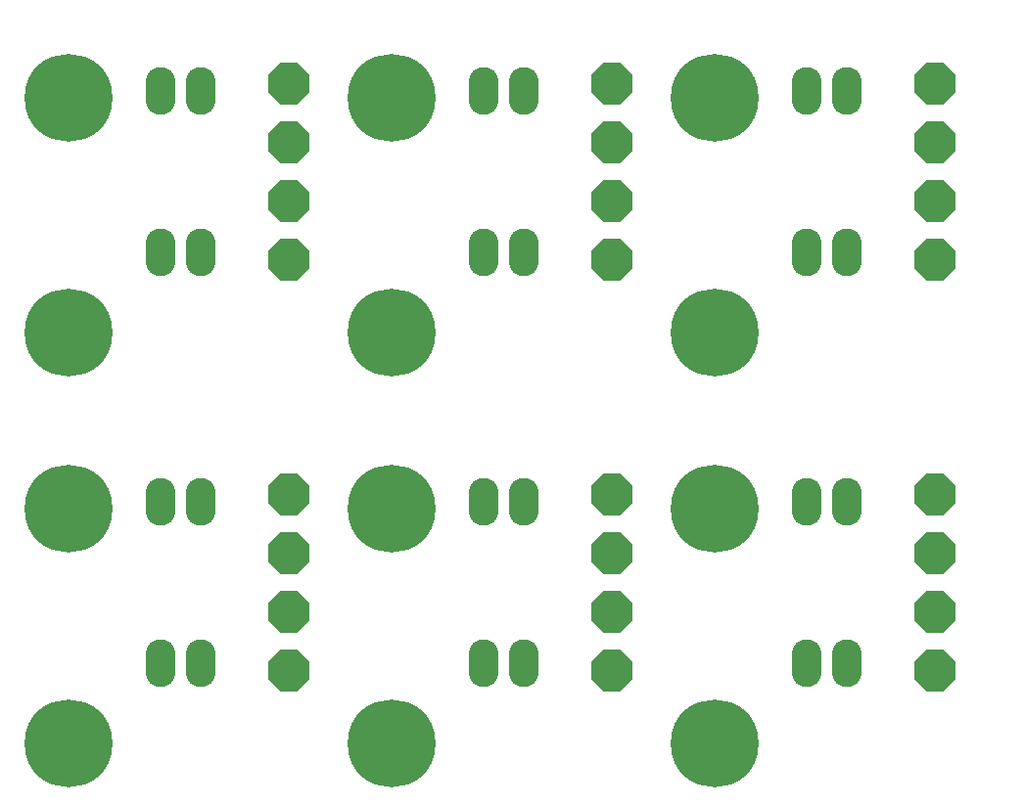
<source format=gbr>
%FSLAX34Y34*%
%MOMM*%
%LNSOLDERMASK_TOP*%
G71*
G01*
%ADD10C, 2.60*%
%ADD11C, 7.60*%
%LPD*%
G36*
X256055Y756700D02*
X245525Y767230D01*
X245525Y782170D01*
X256055Y792700D01*
X270995Y792700D01*
X281525Y782170D01*
X281525Y767230D01*
X270995Y756700D01*
X256055Y756700D01*
G37*
G36*
X256055Y807500D02*
X245525Y818030D01*
X245525Y832970D01*
X256055Y843500D01*
X270995Y843500D01*
X281525Y832970D01*
X281525Y818030D01*
X270995Y807500D01*
X256055Y807500D01*
G37*
G36*
X256055Y858300D02*
X245525Y868830D01*
X245525Y883770D01*
X256055Y894300D01*
X270995Y894300D01*
X281525Y883770D01*
X281525Y868830D01*
X270995Y858300D01*
X256055Y858300D01*
G37*
G36*
X256055Y909100D02*
X245525Y919630D01*
X245525Y934570D01*
X256055Y945100D01*
X270995Y945100D01*
X281525Y934570D01*
X281525Y919630D01*
X270995Y909100D01*
X256055Y909100D01*
G37*
X187325Y928688D02*
G54D10*
D03*
X187325Y927100D02*
G54D10*
D03*
X187325Y925512D02*
G54D10*
D03*
X187325Y923925D02*
G54D10*
D03*
X187325Y922338D02*
G54D10*
D03*
X187325Y920750D02*
G54D10*
D03*
X187325Y919162D02*
G54D10*
D03*
X187325Y917575D02*
G54D10*
D03*
X187325Y915988D02*
G54D10*
D03*
X187325Y914400D02*
G54D10*
D03*
X187325Y912812D02*
G54D10*
D03*
X152400Y928688D02*
G54D10*
D03*
X152400Y927100D02*
G54D10*
D03*
X152400Y925512D02*
G54D10*
D03*
X152400Y923925D02*
G54D10*
D03*
X152400Y922338D02*
G54D10*
D03*
X152400Y920750D02*
G54D10*
D03*
X152400Y919162D02*
G54D10*
D03*
X152400Y917575D02*
G54D10*
D03*
X152400Y915988D02*
G54D10*
D03*
X152400Y914400D02*
G54D10*
D03*
X152400Y912812D02*
G54D10*
D03*
X187325Y788988D02*
G54D10*
D03*
X187325Y787400D02*
G54D10*
D03*
X187325Y785812D02*
G54D10*
D03*
X187325Y784225D02*
G54D10*
D03*
X187325Y782638D02*
G54D10*
D03*
X187325Y781050D02*
G54D10*
D03*
X187325Y779462D02*
G54D10*
D03*
X187325Y777875D02*
G54D10*
D03*
X187325Y776288D02*
G54D10*
D03*
X187325Y774700D02*
G54D10*
D03*
X187325Y773112D02*
G54D10*
D03*
X152400Y787400D02*
G54D10*
D03*
X152400Y788988D02*
G54D10*
D03*
X152400Y785812D02*
G54D10*
D03*
X152400Y784225D02*
G54D10*
D03*
X152400Y782638D02*
G54D10*
D03*
X152400Y781050D02*
G54D10*
D03*
X152400Y779462D02*
G54D10*
D03*
X152400Y777875D02*
G54D10*
D03*
X152400Y776288D02*
G54D10*
D03*
X152400Y774700D02*
G54D10*
D03*
X152400Y773112D02*
G54D10*
D03*
X73025Y914400D02*
G54D11*
D03*
X73025Y711200D02*
G54D11*
D03*
G36*
X535455Y756700D02*
X524925Y767230D01*
X524925Y782170D01*
X535455Y792700D01*
X550395Y792700D01*
X560925Y782170D01*
X560925Y767230D01*
X550395Y756700D01*
X535455Y756700D01*
G37*
G36*
X535455Y807500D02*
X524925Y818030D01*
X524925Y832970D01*
X535455Y843500D01*
X550395Y843500D01*
X560925Y832970D01*
X560925Y818030D01*
X550395Y807500D01*
X535455Y807500D01*
G37*
G36*
X535455Y858300D02*
X524925Y868830D01*
X524925Y883770D01*
X535455Y894300D01*
X550395Y894300D01*
X560925Y883770D01*
X560925Y868830D01*
X550395Y858300D01*
X535455Y858300D01*
G37*
G36*
X535455Y909100D02*
X524925Y919630D01*
X524925Y934570D01*
X535455Y945100D01*
X550395Y945100D01*
X560925Y934570D01*
X560925Y919630D01*
X550395Y909100D01*
X535455Y909100D01*
G37*
X466725Y928688D02*
G54D10*
D03*
X466725Y927100D02*
G54D10*
D03*
X466725Y925512D02*
G54D10*
D03*
X466725Y923925D02*
G54D10*
D03*
X466725Y922338D02*
G54D10*
D03*
X466725Y920750D02*
G54D10*
D03*
X466725Y919162D02*
G54D10*
D03*
X466725Y917575D02*
G54D10*
D03*
X466725Y915988D02*
G54D10*
D03*
X466725Y914400D02*
G54D10*
D03*
X466725Y912812D02*
G54D10*
D03*
X431800Y928688D02*
G54D10*
D03*
X431800Y927100D02*
G54D10*
D03*
X431800Y925512D02*
G54D10*
D03*
X431800Y923925D02*
G54D10*
D03*
X431800Y922338D02*
G54D10*
D03*
X431800Y920750D02*
G54D10*
D03*
X431800Y919162D02*
G54D10*
D03*
X431800Y917575D02*
G54D10*
D03*
X431800Y915988D02*
G54D10*
D03*
X431800Y914400D02*
G54D10*
D03*
X431800Y912812D02*
G54D10*
D03*
X466725Y788988D02*
G54D10*
D03*
X466725Y787400D02*
G54D10*
D03*
X466725Y785812D02*
G54D10*
D03*
X466725Y784225D02*
G54D10*
D03*
X466725Y782638D02*
G54D10*
D03*
X466725Y781050D02*
G54D10*
D03*
X466725Y779462D02*
G54D10*
D03*
X466725Y777875D02*
G54D10*
D03*
X466725Y776288D02*
G54D10*
D03*
X466725Y774700D02*
G54D10*
D03*
X466725Y773112D02*
G54D10*
D03*
X431800Y787400D02*
G54D10*
D03*
X431800Y788988D02*
G54D10*
D03*
X431800Y785812D02*
G54D10*
D03*
X431800Y784225D02*
G54D10*
D03*
X431800Y782638D02*
G54D10*
D03*
X431800Y781050D02*
G54D10*
D03*
X431800Y779462D02*
G54D10*
D03*
X431800Y777875D02*
G54D10*
D03*
X431800Y776288D02*
G54D10*
D03*
X431800Y774700D02*
G54D10*
D03*
X431800Y773112D02*
G54D10*
D03*
X352425Y914400D02*
G54D11*
D03*
X352425Y711200D02*
G54D11*
D03*
G36*
X814855Y756700D02*
X804325Y767230D01*
X804325Y782170D01*
X814855Y792700D01*
X829795Y792700D01*
X840325Y782170D01*
X840325Y767230D01*
X829795Y756700D01*
X814855Y756700D01*
G37*
G36*
X814855Y807500D02*
X804325Y818030D01*
X804325Y832970D01*
X814855Y843500D01*
X829795Y843500D01*
X840325Y832970D01*
X840325Y818030D01*
X829795Y807500D01*
X814855Y807500D01*
G37*
G36*
X814855Y858300D02*
X804325Y868830D01*
X804325Y883770D01*
X814855Y894300D01*
X829795Y894300D01*
X840325Y883770D01*
X840325Y868830D01*
X829795Y858300D01*
X814855Y858300D01*
G37*
G36*
X814855Y909100D02*
X804325Y919630D01*
X804325Y934570D01*
X814855Y945100D01*
X829795Y945100D01*
X840325Y934570D01*
X840325Y919630D01*
X829795Y909100D01*
X814855Y909100D01*
G37*
X746125Y928688D02*
G54D10*
D03*
X746125Y927100D02*
G54D10*
D03*
X746125Y925512D02*
G54D10*
D03*
X746125Y923925D02*
G54D10*
D03*
X746125Y922338D02*
G54D10*
D03*
X746125Y920750D02*
G54D10*
D03*
X746125Y919162D02*
G54D10*
D03*
X746125Y917575D02*
G54D10*
D03*
X746125Y915988D02*
G54D10*
D03*
X746125Y914400D02*
G54D10*
D03*
X746125Y912812D02*
G54D10*
D03*
X711200Y928688D02*
G54D10*
D03*
X711200Y927100D02*
G54D10*
D03*
X711200Y925512D02*
G54D10*
D03*
X711200Y923925D02*
G54D10*
D03*
X711200Y922338D02*
G54D10*
D03*
X711200Y920750D02*
G54D10*
D03*
X711200Y919162D02*
G54D10*
D03*
X711200Y917575D02*
G54D10*
D03*
X711200Y915988D02*
G54D10*
D03*
X711200Y914400D02*
G54D10*
D03*
X711200Y912812D02*
G54D10*
D03*
X746125Y788988D02*
G54D10*
D03*
X746125Y787400D02*
G54D10*
D03*
X746125Y785812D02*
G54D10*
D03*
X746125Y784225D02*
G54D10*
D03*
X746125Y782638D02*
G54D10*
D03*
X746125Y781050D02*
G54D10*
D03*
X746125Y779462D02*
G54D10*
D03*
X746125Y777875D02*
G54D10*
D03*
X746125Y776288D02*
G54D10*
D03*
X746125Y774700D02*
G54D10*
D03*
X746125Y773112D02*
G54D10*
D03*
X711200Y787400D02*
G54D10*
D03*
X711200Y788988D02*
G54D10*
D03*
X711200Y785812D02*
G54D10*
D03*
X711200Y784225D02*
G54D10*
D03*
X711200Y782638D02*
G54D10*
D03*
X711200Y781050D02*
G54D10*
D03*
X711200Y779462D02*
G54D10*
D03*
X711200Y777875D02*
G54D10*
D03*
X711200Y776288D02*
G54D10*
D03*
X711200Y774700D02*
G54D10*
D03*
X711200Y773112D02*
G54D10*
D03*
X631825Y914400D02*
G54D11*
D03*
X631825Y711200D02*
G54D11*
D03*
G36*
X256055Y401100D02*
X245525Y411630D01*
X245525Y426570D01*
X256055Y437100D01*
X270995Y437100D01*
X281525Y426570D01*
X281525Y411630D01*
X270995Y401100D01*
X256055Y401100D01*
G37*
G36*
X256055Y451900D02*
X245525Y462430D01*
X245525Y477370D01*
X256055Y487900D01*
X270995Y487900D01*
X281525Y477370D01*
X281525Y462430D01*
X270995Y451900D01*
X256055Y451900D01*
G37*
G36*
X256055Y502700D02*
X245525Y513230D01*
X245525Y528170D01*
X256055Y538700D01*
X270995Y538700D01*
X281525Y528170D01*
X281525Y513230D01*
X270995Y502700D01*
X256055Y502700D01*
G37*
G36*
X256055Y553500D02*
X245525Y564030D01*
X245525Y578970D01*
X256055Y589500D01*
X270995Y589500D01*
X281525Y578970D01*
X281525Y564030D01*
X270995Y553500D01*
X256055Y553500D01*
G37*
X187325Y573088D02*
G54D10*
D03*
X187325Y571500D02*
G54D10*
D03*
X187325Y569912D02*
G54D10*
D03*
X187325Y568325D02*
G54D10*
D03*
X187325Y566738D02*
G54D10*
D03*
X187325Y565150D02*
G54D10*
D03*
X187325Y563562D02*
G54D10*
D03*
X187325Y561975D02*
G54D10*
D03*
X187325Y560388D02*
G54D10*
D03*
X187325Y558800D02*
G54D10*
D03*
X187325Y557212D02*
G54D10*
D03*
X152400Y573088D02*
G54D10*
D03*
X152400Y571500D02*
G54D10*
D03*
X152400Y569912D02*
G54D10*
D03*
X152400Y568325D02*
G54D10*
D03*
X152400Y566738D02*
G54D10*
D03*
X152400Y565150D02*
G54D10*
D03*
X152400Y563562D02*
G54D10*
D03*
X152400Y561975D02*
G54D10*
D03*
X152400Y560388D02*
G54D10*
D03*
X152400Y558800D02*
G54D10*
D03*
X152400Y557212D02*
G54D10*
D03*
X187325Y433388D02*
G54D10*
D03*
X187325Y431800D02*
G54D10*
D03*
X187325Y430212D02*
G54D10*
D03*
X187325Y428625D02*
G54D10*
D03*
X187325Y427038D02*
G54D10*
D03*
X187325Y425450D02*
G54D10*
D03*
X187325Y423862D02*
G54D10*
D03*
X187325Y422275D02*
G54D10*
D03*
X187325Y420688D02*
G54D10*
D03*
X187325Y419100D02*
G54D10*
D03*
X187325Y417512D02*
G54D10*
D03*
X152400Y431800D02*
G54D10*
D03*
X152400Y433388D02*
G54D10*
D03*
X152400Y430212D02*
G54D10*
D03*
X152400Y428625D02*
G54D10*
D03*
X152400Y427038D02*
G54D10*
D03*
X152400Y425450D02*
G54D10*
D03*
X152400Y423862D02*
G54D10*
D03*
X152400Y422275D02*
G54D10*
D03*
X152400Y420688D02*
G54D10*
D03*
X152400Y419100D02*
G54D10*
D03*
X152400Y417512D02*
G54D10*
D03*
X73025Y558800D02*
G54D11*
D03*
X73025Y355600D02*
G54D11*
D03*
G36*
X535455Y401100D02*
X524925Y411630D01*
X524925Y426570D01*
X535455Y437100D01*
X550395Y437100D01*
X560925Y426570D01*
X560925Y411630D01*
X550395Y401100D01*
X535455Y401100D01*
G37*
G36*
X535455Y451900D02*
X524925Y462430D01*
X524925Y477370D01*
X535455Y487900D01*
X550395Y487900D01*
X560925Y477370D01*
X560925Y462430D01*
X550395Y451900D01*
X535455Y451900D01*
G37*
G36*
X535455Y502700D02*
X524925Y513230D01*
X524925Y528170D01*
X535455Y538700D01*
X550395Y538700D01*
X560925Y528170D01*
X560925Y513230D01*
X550395Y502700D01*
X535455Y502700D01*
G37*
G36*
X535455Y553500D02*
X524925Y564030D01*
X524925Y578970D01*
X535455Y589500D01*
X550395Y589500D01*
X560925Y578970D01*
X560925Y564030D01*
X550395Y553500D01*
X535455Y553500D01*
G37*
X466725Y573088D02*
G54D10*
D03*
X466725Y571500D02*
G54D10*
D03*
X466725Y569912D02*
G54D10*
D03*
X466725Y568325D02*
G54D10*
D03*
X466725Y566738D02*
G54D10*
D03*
X466725Y565150D02*
G54D10*
D03*
X466725Y563562D02*
G54D10*
D03*
X466725Y561975D02*
G54D10*
D03*
X466725Y560388D02*
G54D10*
D03*
X466725Y558800D02*
G54D10*
D03*
X466725Y557212D02*
G54D10*
D03*
X431800Y573088D02*
G54D10*
D03*
X431800Y571500D02*
G54D10*
D03*
X431800Y569912D02*
G54D10*
D03*
X431800Y568325D02*
G54D10*
D03*
X431800Y566738D02*
G54D10*
D03*
X431800Y565150D02*
G54D10*
D03*
X431800Y563562D02*
G54D10*
D03*
X431800Y561975D02*
G54D10*
D03*
X431800Y560388D02*
G54D10*
D03*
X431800Y558800D02*
G54D10*
D03*
X431800Y557212D02*
G54D10*
D03*
X466725Y433388D02*
G54D10*
D03*
X466725Y431800D02*
G54D10*
D03*
X466725Y430212D02*
G54D10*
D03*
X466725Y428625D02*
G54D10*
D03*
X466725Y427038D02*
G54D10*
D03*
X466725Y425450D02*
G54D10*
D03*
X466725Y423862D02*
G54D10*
D03*
X466725Y422275D02*
G54D10*
D03*
X466725Y420688D02*
G54D10*
D03*
X466725Y419100D02*
G54D10*
D03*
X466725Y417512D02*
G54D10*
D03*
X431800Y431800D02*
G54D10*
D03*
X431800Y433388D02*
G54D10*
D03*
X431800Y430212D02*
G54D10*
D03*
X431800Y428625D02*
G54D10*
D03*
X431800Y427038D02*
G54D10*
D03*
X431800Y425450D02*
G54D10*
D03*
X431800Y423862D02*
G54D10*
D03*
X431800Y422275D02*
G54D10*
D03*
X431800Y420688D02*
G54D10*
D03*
X431800Y419100D02*
G54D10*
D03*
X431800Y417512D02*
G54D10*
D03*
X352425Y558800D02*
G54D11*
D03*
X352425Y355600D02*
G54D11*
D03*
G36*
X814855Y401100D02*
X804325Y411630D01*
X804325Y426570D01*
X814855Y437100D01*
X829795Y437100D01*
X840325Y426570D01*
X840325Y411630D01*
X829795Y401100D01*
X814855Y401100D01*
G37*
G36*
X814855Y451900D02*
X804325Y462430D01*
X804325Y477370D01*
X814855Y487900D01*
X829795Y487900D01*
X840325Y477370D01*
X840325Y462430D01*
X829795Y451900D01*
X814855Y451900D01*
G37*
G36*
X814855Y502700D02*
X804325Y513230D01*
X804325Y528170D01*
X814855Y538700D01*
X829795Y538700D01*
X840325Y528170D01*
X840325Y513230D01*
X829795Y502700D01*
X814855Y502700D01*
G37*
G36*
X814855Y553500D02*
X804325Y564030D01*
X804325Y578970D01*
X814855Y589500D01*
X829795Y589500D01*
X840325Y578970D01*
X840325Y564030D01*
X829795Y553500D01*
X814855Y553500D01*
G37*
X746125Y573088D02*
G54D10*
D03*
X746125Y571500D02*
G54D10*
D03*
X746125Y569912D02*
G54D10*
D03*
X746125Y568325D02*
G54D10*
D03*
X746125Y566738D02*
G54D10*
D03*
X746125Y565150D02*
G54D10*
D03*
X746125Y563562D02*
G54D10*
D03*
X746125Y561975D02*
G54D10*
D03*
X746125Y560388D02*
G54D10*
D03*
X746125Y558800D02*
G54D10*
D03*
X746125Y557212D02*
G54D10*
D03*
X711200Y573088D02*
G54D10*
D03*
X711200Y571500D02*
G54D10*
D03*
X711200Y569912D02*
G54D10*
D03*
X711200Y568325D02*
G54D10*
D03*
X711200Y566738D02*
G54D10*
D03*
X711200Y565150D02*
G54D10*
D03*
X711200Y563562D02*
G54D10*
D03*
X711200Y561975D02*
G54D10*
D03*
X711200Y560388D02*
G54D10*
D03*
X711200Y558800D02*
G54D10*
D03*
X711200Y557212D02*
G54D10*
D03*
X746125Y433388D02*
G54D10*
D03*
X746125Y431800D02*
G54D10*
D03*
X746125Y430212D02*
G54D10*
D03*
X746125Y428625D02*
G54D10*
D03*
X746125Y427038D02*
G54D10*
D03*
X746125Y425450D02*
G54D10*
D03*
X746125Y423862D02*
G54D10*
D03*
X746125Y422275D02*
G54D10*
D03*
X746125Y420688D02*
G54D10*
D03*
X746125Y419100D02*
G54D10*
D03*
X746125Y417512D02*
G54D10*
D03*
X711200Y431800D02*
G54D10*
D03*
X711200Y433388D02*
G54D10*
D03*
X711200Y430212D02*
G54D10*
D03*
X711200Y428625D02*
G54D10*
D03*
X711200Y427038D02*
G54D10*
D03*
X711200Y425450D02*
G54D10*
D03*
X711200Y423862D02*
G54D10*
D03*
X711200Y422275D02*
G54D10*
D03*
X711200Y420688D02*
G54D10*
D03*
X711200Y419100D02*
G54D10*
D03*
X711200Y417512D02*
G54D10*
D03*
X631825Y558800D02*
G54D11*
D03*
X631825Y355600D02*
G54D11*
D03*
M02*

</source>
